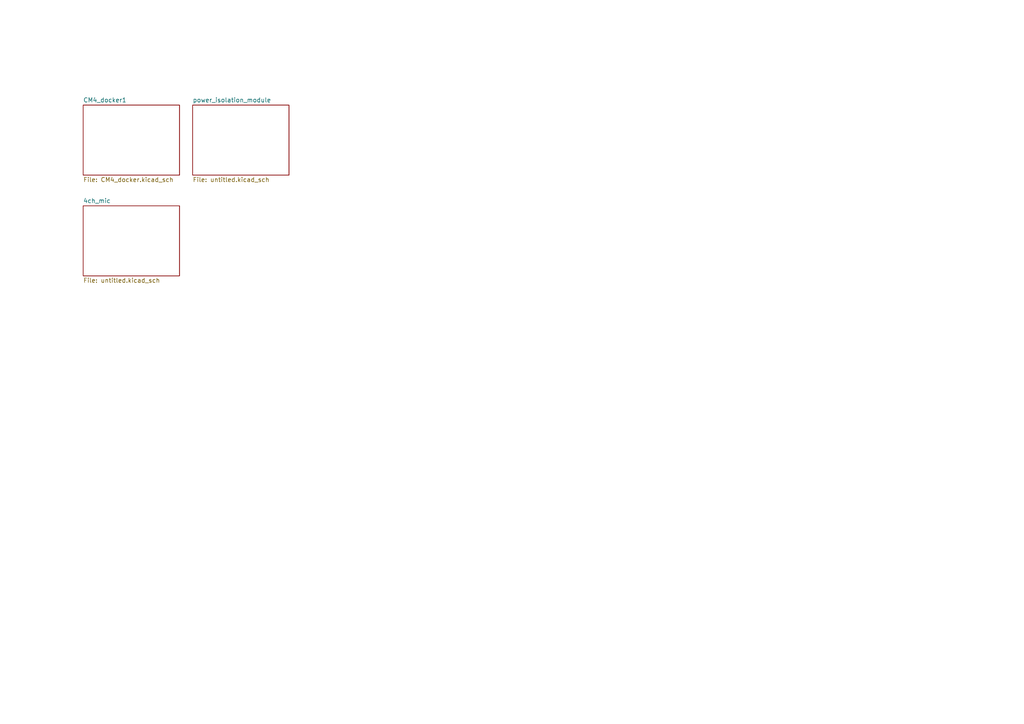
<source format=kicad_sch>
(kicad_sch (version 20211123) (generator eeschema)
  (paper "A4")
  (lib_symbols)
  (sheet (at 55.88 30.48) (size 27.94 20.32) (stroke (width 0.1524))
    (property "Sheet name" "power_isolation_module" (at 55.88 29.7684 0) (effects (justify left bottom)))
    (property "Sheet file" "untitled.kicad_sch" (at 55.88 51.3846 0) (effects (justify left top)))
  )
  (sheet (at 24.13 59.69) (size 27.94 20.32) (stroke (width 0.1524))
    (property "Sheet name" "4ch_mic" (at 24.13 58.9784 0) (effects (justify left bottom)))
    (property "Sheet file" "untitled.kicad_sch" (at 24.13 80.5946 0) (effects (justify left top)))
  )
  (sheet (at 24.13 30.48) (size 27.94 20.32) (stroke (width 0.1524))
    (property "Sheet name" "CM4_docker1" (at 24.13 29.7684 0) (effects (justify left bottom)))
    (property "Sheet file" "CM4_docker.kicad_sch" (at 24.13 51.3846 0) (effects (justify left top)))
  )
)
</source>
